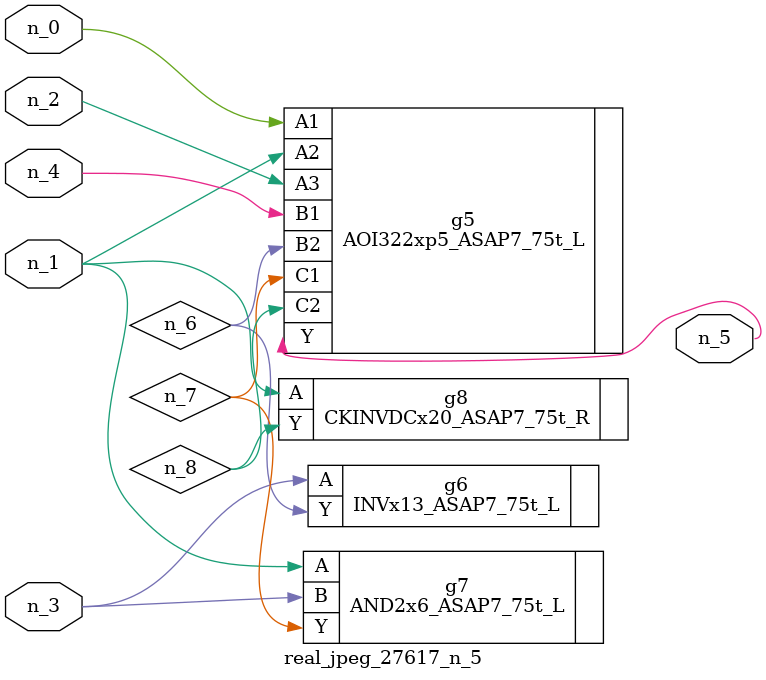
<source format=v>
module real_jpeg_27617_n_5 (n_4, n_0, n_1, n_2, n_3, n_5);

input n_4;
input n_0;
input n_1;
input n_2;
input n_3;

output n_5;

wire n_8;
wire n_6;
wire n_7;

AOI322xp5_ASAP7_75t_L g5 ( 
.A1(n_0),
.A2(n_1),
.A3(n_2),
.B1(n_4),
.B2(n_6),
.C1(n_7),
.C2(n_8),
.Y(n_5)
);

AND2x6_ASAP7_75t_L g7 ( 
.A(n_1),
.B(n_3),
.Y(n_7)
);

CKINVDCx20_ASAP7_75t_R g8 ( 
.A(n_1),
.Y(n_8)
);

INVx13_ASAP7_75t_L g6 ( 
.A(n_3),
.Y(n_6)
);


endmodule
</source>
